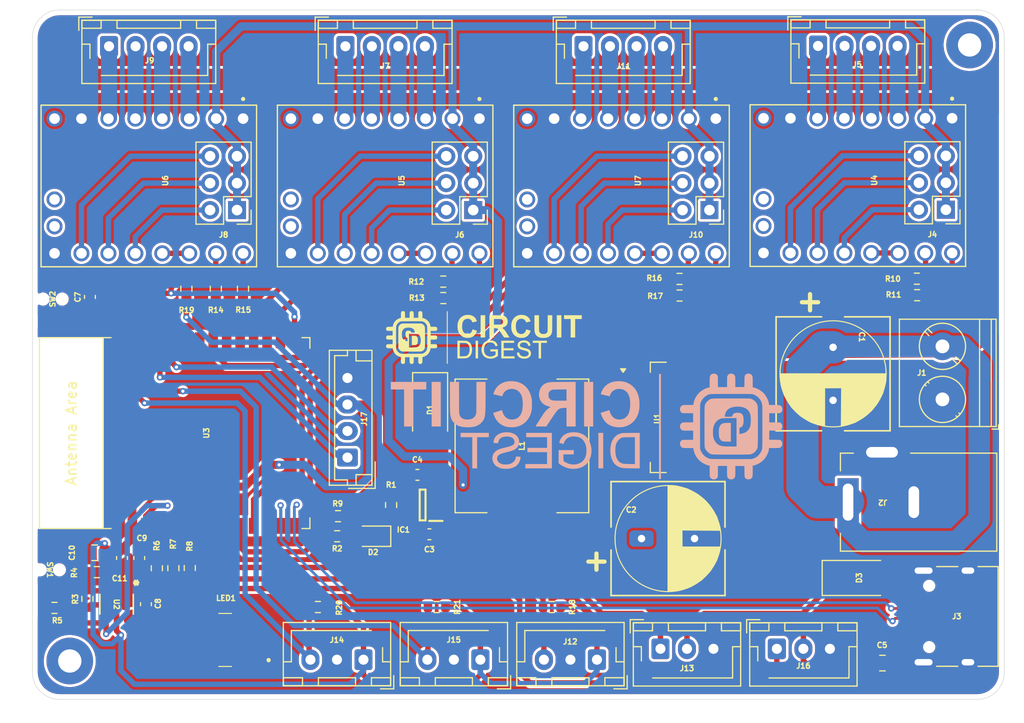
<source format=kicad_pcb>
(kicad_pcb (version 20240108) (generator "pcbnew") (generator_version "8.0")
  (layers (0 "F.Cu" signal) (31 "B.Cu" signal) (34 "B.Paste" user) (35 "F.Paste" user) (36 "B.SilkS" user "B.Silkscreen") (37 "F.SilkS" user "F.Silkscreen") (38 "B.Mask" user) (39 "F.Mask" user) (44 "Edge.Cuts" user))
  (net 0 "")
  (net 1 "VCC")
  (net 2 "GND")
  (net 3 "+5V")
  (net 4 "Net-(IC1-SENSE{slash}ADJ)")
  (net 5 "/EN")
  (net 6 "/IO9")
  (net 7 "Net-(U2-CDELAY)")
  (net 8 "+3.3V")
  (net 9 "Net-(D1-K)")
  (net 10 "Net-(D2-Pad2)")
  (net 11 "VBUS")
  (net 13 "/D-")
  (net 14 "/D+")
  (net 18 "Net-(J4-Pin_4)")
  (net 19 "Net-(J4-Pin_2)")
  (net 20 "Net-(J4-Pin_6)")
  (net 21 "Net-(J5-Pin_3)")
  (net 22 "Net-(J5-Pin_4)")
  (net 23 "Net-(J5-Pin_1)")
  (net 24 "Net-(J5-Pin_2)")
  (net 25 "Net-(J6-Pin_2)")
  (net 26 "Net-(J6-Pin_4)")
  (net 27 "Net-(J6-Pin_6)")
  (net 28 "Net-(J7-Pin_1)")
  (net 29 "Net-(J7-Pin_3)")
  (net 30 "Net-(J7-Pin_2)")
  (net 31 "Net-(J7-Pin_4)")
  (net 32 "Net-(J8-Pin_4)")
  (net 33 "Net-(J8-Pin_2)")
  (net 34 "Net-(J8-Pin_6)")
  (net 35 "Net-(J9-Pin_3)")
  (net 36 "Net-(J9-Pin_4)")
  (net 37 "Net-(J9-Pin_2)")
  (net 38 "Net-(J9-Pin_1)")
  (net 39 "Net-(J10-Pin_2)")
  (net 40 "Net-(J10-Pin_4)")
  (net 41 "Net-(J10-Pin_6)")
  (net 42 "Net-(J11-Pin_2)")
  (net 43 "Net-(J11-Pin_4)")
  (net 44 "Net-(J11-Pin_3)")
  (net 45 "Net-(J11-Pin_1)")
  (net 46 "/IO0")
  (net 47 "/IO1")
  (net 48 "/IO2")
  (net 49 "/IO3")
  (net 50 "/IO7")
  (net 51 "/RX")
  (net 52 "/TX")
  (net 53 "Net-(LED1-A_G)")
  (net 54 "Net-(LED1-A_B)")
  (net 55 "Net-(LED1-A_R)")
  (net 56 "Net-(U2-IN)")
  (net 57 "Net-(U3-MTMS{slash}GPIO4{slash}ADC1_CH4)")
  (net 58 "Net-(U3-MTDI{slash}GPIO5{slash}ADC1_CH5)")
  (net 59 "Net-(U3-MTCK{slash}GPIO6{slash}ADC1_CH6)")
  (net 60 "/IO8")
  (net 61 "/IO10")
  (net 62 "Net-(U4-STEP)")
  (net 63 "/IO11")
  (net 64 "Net-(U4-DIR)")
  (net 65 "Net-(U5-STEP)")
  (net 66 "/IO18")
  (net 67 "Net-(U5-DIR)")
  (net 68 "/IO19")
  (net 69 "Net-(U6-STEP)")
  (net 70 "/IO20")
  (net 71 "/IO21")
  (net 72 "Net-(U6-DIR)")
  (net 73 "Net-(U7-STEP)")
  (net 74 "/IO22")
  (net 75 "Net-(U7-DIR)")
  (net 76 "/IO23")
  (net 80 "Net-(U4-CLK)")
  (net 82 "Net-(U5-CLK)")
  (net 86 "Net-(U6-CLK)")
  (net 88 "Net-(U7-CLK)")
  (footprint "MountingHole:MountingHole_2.2mm_M2_Pad" (layer "F.Cu") (at 170.20972 50.19972)
    (property "Reference" "H1" (hide yes))
    (property "Value" "MountingHole")
  )
  (footprint "Connector_JST:JST_XH_B3B-XH-AM_1x03_P2.50mm_Vertical" (layer "F.Cu") (at 152.038126 107.13278)
    (property "Reference" "J16")
    (property "Value" "Conn_01x03")
  )
  (footprint "Capacitor_SMD:C_0805_2012Metric" (layer "F.Cu") (at 87.715206 98.07768 180)
    (property "Reference" "C10")
    (property "Value" "10uF")
  )
  (footprint "Resistor_SMD:R_0603_1608Metric" (layer "F.Cu") (at 83.925526 103.27452 180)
    (property "Reference" "R5")
    (property "Value" "10K")
  )
  (footprint "Capacitor_SMD:C_0603_1608Metric" (layer "F.Cu") (at 92.552606 102.92654 90)
    (property "Reference" "C8")
    (property "Value" "0.1uF")
  )
  (footprint "Capacitor_SMD:C_0603_1608Metric" (layer "F.Cu") (at 119.277 96.3337 180)
    (property "Reference" "C3")
    (property "Value" "2.2uF")
  )
  (footprint "Connector_JST:JST_EH_B4B-EH-A_1x04_P2.50mm_Vertical" (layer "F.Cu") (at 111.551806 89.09816 90)
    (property "Reference" "J17")
    (property "Value" "Conn_01x04")
  )
  (footprint "Connector_JST:JST_XH_B3B-XH-AM_1x03_P2.50mm_Vertical" (layer "F.Cu") (at 124.085186 108.15742 180)
    (property "Reference" "J15")
    (property "Value" "Conn_01x03")
  )
  (footprint "Connector_JST:JST_XH_B3B-XH-AM_1x03_P2.50mm_Vertical" (layer "F.Cu") (at 141.062839 107.131649)
    (property "Reference" "J13")
    (property "Value" "Conn_01x03")
  )
  (footprint "Diode_SMD:D_SMA" (layer "F.Cu") (at 159.819066 100.45258)
    (property "Reference" "D3")
    (property "Value" "SS34")
  )
  (footprint "Connector_USB:USB_C_Receptacle_HRO_TYPE-C-31-M-12" (layer "F.Cu") (at 169.000246 104.0797 90)
    (property "Reference" "J3")
    (property "Value" "USB_C_Receptacle_USB2.0")
  )
  (footprint "LED_SMD:LED_0805_2012Metric" (layer "F.Cu") (at 113.95126 96.51916 180)
    (property "Reference" "D2")
    (property "Value" "LED")
  )
  (footprint "Resistor_SMD:R_0603_1608Metric" (layer "F.Cu") (at 96.68688 99.51382 90)
    (property "Reference" "R8")
    (property "Value" "1K")
  )
  (footprint "TMC2209_SILENTSTEPSTICK:MODULE_TMC2209_SILENTSTEPSTICK" (layer "F.Cu") (at 138.948686 62.99408 90)
    (property "Reference" "U7")
    (property "Value" "TMC2209_SILENTSTEPSTICK")
  )
  (footprint "Resistor_SMD:R_0603_1608Metric" (layer "F.Cu") (at 130.816486 103.1925 180)
    (property "Reference" "R18")
    (property "Value" "10K")
  )
  (footprint "3x4x2:Tactile 3x4x2mm TS-A010" (layer "F.Cu") (at 83.754046 74.1585 -90)
    (property "Reference" "SW2")
    (property "Value" "BOOT")
  )
  (footprint "Connector_JST:JST_XH_B3B-XH-AM_1x03_P2.50mm_Vertical" (layer "F.Cu") (at 135.074306 108.15742 180)
    (property "Reference" "J12")
    (property "Value" "Conn_01x03")
  )
  (footprint "TMC2209_SILENTSTEPSTICK:MODULE_TMC2209_SILENTSTEPSTICK" (layer "F.Cu") (at 116.666113 62.99408 90)
    (property "Reference" "U5")
    (property "Value" "TMC2209_SILENTSTEPSTICK")
  )
  (footprint "TerminalBlock_Phoenix:TerminalBlock_Phoenix_PT-1,5-2-5.0-H_1x02_P5.00mm_Horizontal" (layer "F.Cu") (at 167.650246 83.6162 90)
    (property "Reference" "J1")
    (property "Value" "Screw_Terminal_2_P5.00mm")
  )
  (footprint "330uf 35v:CAP_J-V_10X10P5_RUB" (layer "F.Cu") (at 157.337466 81.2051 -90)
    (property "Reference" "C1")
    (property "Value" "330uF")
  )
  (footprint "Inductor_SMD:L_12x12mm_H8mm" (layer "F.Cu") (at 128 88 -90)
    (property "Reference" "L1")
    (property "Value" "47uH")
  )
  (footprint "330uf 35v:CAP_J-V_10X10P5_RUB" (layer "F.Cu") (at 141.77696 96.7376)
    (property "Reference" "C2")
    (property "Value" "330uF")
  )
  (footprint "MountingHole:MountingHole_2.2mm_M2_Pad" (layer "F.Cu") (at 85.37118 108.2819)
    (property "Reference" "H2" (hide yes))
    (property "Value" "MountingHole")
  )
  (footprint "Resistor_SMD:R_0603_1608Metric" (layer "F.Cu") (at 120.59082 74.06302)
    (property "Reference" "R13")
    (property "Value" "1K")
  )
  (footprint "Connector_PinHeader_2.54mm:PinHeader_2x03_P2.54mm_Vertical" (layer "F.Cu") (at 167.97452 65.73356 180)
    (property "Reference" "J4")
    (property "Value" "Conn_02x03_Top_Bottom")
  )
  (footprint "Resistor_SMD:R_0603_1608Metric" (layer "F.Cu") (at 87.037026 102.42489 90)
    (property "Reference" "R3")
    (property "Value" "47K")
  )
  (footprint "Connector_JST:JST_XH_B4B-XH-AM_1x04_P2.50mm_Vertical" (layer "F.Cu") (at 89.07354 50.32496)
    (property "Reference" "J9")
    (property "Value" "Conn_01x04")
  )
  (footprint "Connector_JST:JST_XH_B4B-XH-AM_1x04_P2.50mm_Vertical" (layer "F.Cu") (at 111.356113 50.32496)
    (property "Reference" "J7")
    (property "Value" "Conn_01x04")
  )
  (footprint "Connector_JST:JST_XH_B3B-XH-AM_1x03_P2.50mm_Vertical" (layer "F.Cu") (at 113.063686 108.15742 180)
    (property "Reference" "J14")
    (property "Value" "Conn_01x03")
  )
  (footprint "Capacitor_SMD:C_0603_1608Metric" (layer "F.Cu") (at 118.1467 90.733)
    (property "Reference" "C4")
    (property "Value" "NC")
  )
  (footprint "Resistor_SMD:R_0603_1608Metric" (layer "F.Cu") (at 110.660266 94.62582 180)
    (property "Reference" "R9")
    (property "Value" "10K")
  )
  (footprint "TMC2209_SILENTSTEPSTICK:MODULE_TMC2209_SILENTSTEPSTICK" (layer "F.Cu") (at 161.23126 62.96106 90)
    (property "Reference" "U4")
    (property "Value" "TMC2209_SILENTSTEPSTICK")
  )
  (footprint "Diode_SMD:D_SMA" (layer "F.Cu") (at 119.34368 84.60504 -90)
    (property "Reference" "D1")
    (property "Value" "SS34")
  )
  (footprint "Resistor_SMD:R_0603_1608Metric" (layer "F.Cu") (at 142.86154 73.82426)
    (property "Reference" "R17")
    (property "Value" "1K")
  )
  (footprint "Resistor_SMD:R_0603_1608Metric" (layer "F.Cu") (at 99.14052 73.18164 90)
    (property "Reference" "R14")
    (property "Value" "1K")
  )
  (footprint "Resistor_SMD:R_0603_1608Metric" (layer "F.Cu") (at 101.70338 73.18164 90)
    (property "Reference" "R15")
    (property "Value" "1K")
  )
  (footprint "Resistor_SMD:R_0603_1608Metric" (layer "F.Cu") (at 95.13994 99.52906 90)
    (property "Reference" "R7")
    (property "Value" "1K")
  )
  (footprint "Resistor_SMD:R_0603_1608Metric" (layer "F.Cu") (at 142.86154 72.25962)
    (property "Reference" "R16")
    (property "Value" "1K")
  )
  (footprint "Resistor_SMD:R_0603_1608Metric" (layer "F.Cu") (at 115.66766 93.57276 90)
    (property "Reference" "R1")
    (property "Value" "0")
  )
  (footprint "Resistor_SMD:R_0603_1608Metric" (layer "F.Cu") (at 87.923486 99.89886 180)
    (property "Reference" "R4")
    (property "Value" "10K")
  )
  (footprint "Resistor_SMD:R_0603_1608Metric" (layer "F.Cu") (at 165.265186 73.79274)
    (property "Reference" "R11")
    (property "Value" "1K")
  )
  (footprint "Capacitor_SMD:C_0603_1608Metric" (layer "F.Cu") (at 87.274486 73.9556 -90)
    (property "Reference" "C7")
    (property "Value" "0.1uF")
  )
  (footprint "Connector_PinHeader_2.54mm:PinHeader_2x03_P2.54mm_Vertical" (layer "F.Cu") (at 145.684246 65.76658 180)
    (property "Reference" "J10")
    (property "Value" "Conn_02x03_Top_Bottom")
  )
  (footprint "MAX6899AAZT_T:MAX6899AAZT+T" (layer "F.Cu") (at 89.782766 102.92654 -90)
    (property "Reference" "U2")
    (property "Value" "MAX6899AAZT+T")
  )
  (footprint "Espressif:ESP32-C6-WROOM-1" (layer "F.Cu") (at 98.262446 86.79276 90)
    (property "Reference" "U3")
    (property "Value" "ESP32-C6-WROOM-1")
  )
  (footprint "5050 LED:150505M173300" (layer "F.Cu") (at 100.018026 106.29712 180)
    (property "Reference" "LED1")
    (property "Value" "150505M173300" (hide yes))
  )
  (footprint "Connector_PinHeader_2.54mm:PinHeader_2x03_P2.54mm_Vertical" (layer "F.Cu") (at 101.1395 65.76658 180)
    (property "Reference" "J8")
    (property "Value" "Conn_02x03_Top_Bottom")
  )
  (footprint "Capacitor_SMD:C_0603_1608Metric" (layer "F.Cu") (at 91.923986 98.57044 -90)
    (property "Reference" "C9")
    (property "Value" "0.1uF")
  )
  (footprint "Resistor_SMD:R_0603_1608Metric" (layer "F.Cu") (at 96.365 73.18164 90)
    (property "Reference" "R19")
    (property "Value" "10K")
  )
  (footprint "Resistor_SMD:R_0603_1608Metric" (layer "F.Cu") (at 93.581146 99.53564 90)
    (property "Reference" "R6")
    (property "Value" "1K")
  )
  (footprint "Connector_JST:JST_XH_B4B-XH-AM_1x04_P2.50mm_Vertical" (layer "F.Cu") (at 155.92126 50.29194)
    (property "Reference" "J5")
    (property "Value" "Conn_01x04")
  )
  (footprint "Resistor_SMD:R_0603_1608Metric" (layer "F.Cu") (at 120.5832 72.50854)
    (property "Reference" "R12")
    (property "Value" "1K")
  )
  (footprint "Resistor_SMD:R_0603_1608Metric" (layer "F.Cu") (at 165.237246 72.23572)
    (property "Reference" "R10")
    (property "Value" "1K")
  )
  (footprint "Capacitor_SMD:C_0603_1608Metric" (layer "F.Cu") (at 90.295846 98.57044 -90)
    (property "Reference" "C11")
    (property "Value" "0.1uF")
  )
  (footprint "Package_TO_SOT_SMD:TO-263-5_TabPin3" (layer "F.Cu") (at 144.92862 85.31136)
    (property "Reference" "U1")
    (property "Value" "LM2596S-5")
  )
  (footprint "Resistor_SMD:R_0603_1608Metric" (layer "F.Cu") (at 108.762186 103.1925 180)
    (property "Reference" "R20")
    (property "Value" "10K")
  )
  (footprint "Connector_PinHeader_2.54mm:PinHeader_2x03_P2.54mm_Vertical" (layer "F.Cu") (at 123.409373 65.76658 180)
    (property "Reference" "J6")
    (property "Value" "Conn_02x03_Top_Bottom")
  )
  (footprint "3x4x2:Tactile 3x4x2mm TS-A010" (layer "F.Cu") (at 83.491186 99.68296 -90)
    (property "Reference" "SW1")
    (property "Value" "RST")
  )
  (footprint "TMC2209_SILENTSTEPSTICK:MODULE_TMC2209_SILENTSTEPSTICK" (layer "F.Cu") (at 94.38354 62.99408 90)
    (property "Reference" "U6")
    (property "Value" "TMC2209_SILENTSTEPSTICK")
  )
  (footprint "Capacitor_SMD:C_0805_2012Metric" (layer "F.Cu") (at 161.996206 108.47898)
    (property "Reference" "C5")
    (property "Value" "10uF")
  )
  (footprint "Resistor_SMD:R_0603_1608Metric" (layer "F.Cu") (at 110.58346 96.51916)
    (property "Reference" "R2")
    (property "Value" "10K")
  )
  (footprint "Connector_BarrelJack:BarrelJack_Kycon_KLDX-0202-xC_Horizontal" (layer "F.Cu") (at 158.750246 93.30304 180)
    (property "Reference" "J2")
    (property "Value" "Barrel_Jack_Switch")
  )
  (footprint "Resistor_SMD:R_0603_1608Metric" (layer "F.Cu") (at 119.964666 103.1925 180)
    (property "Reference" "R21")
    (property "Value" "10K")
  )
  (footprint "ADP7118AUJZ-3.3-R7:SOT95P280X100-5N" (layer "F.Cu") (at 118.63724 93.57276 180)
    (property "Reference" "IC1")
    (property "Value" "ADP7118AUJZ-3.3-R7" (hide yes))
  )
  (footprint "Connector_JST:JST_XH_B4B-XH-AM_1x04_P2.50mm_Vertical" (layer "F.Cu") (at 133.806326 50.32496)
    (property "Reference" "J11")
    (property "Value" "Conn_01x04")
  )
  (footprint "LOGO" (layer "F.Cu") (at 124.41582 77.7828)
    (property "Reference" "G***" (hide yes))
    (property "Value" "LOGO" (hide yes))
  )
  (footprint "LOGO" (layer "B.Cu") (at 134.10582 86.1728 180)
    (property "Reference" "G***" (hide yes))
    (property "Value" "LOGO" (hide yes))
  )
  (gr_arc (start 170.92092 46.9028) (mid 172.725951 47.650469) (end 173.47362 49.4555) (stroke (width 0.05)) (layer "Edge.Cuts"))
  (gr_line (start 84.40852 111.90394) (end 170.92092 111.90394) (stroke (width 0.05)) (layer "Edge.Cuts"))
  (gr_arc (start 173.47362 109.35124) (mid 172.725937 111.156246) (end 170.92092 111.90394) (stroke (width 0.05)) (layer "Edge.Cuts"))
  (gr_line (start 170.92092 46.9028) (end 84.40852 46.9028) (stroke (width 0.05)) (layer "Edge.Cuts"))
  (gr_line (start 173.47362 109.35124) (end 173.47362 49.4555) (stroke (width 0.05)) (layer "Edge.Cuts"))
  (gr_arc (start 84.40852 111.90394) (mid 82.603489 111.156271) (end 81.85582 109.35124) (stroke (width 0.05)) (layer "Edge.Cuts"))
  (gr_arc (start 81.85582 49.4555) (mid 82.603489 47.650469) (end 84.40852 46.9028) (stroke (width 0.05)) (layer "Edge.Cuts"))
  (gr_line (start 81.85582 49.4555) (end 81.85582 109.35124) (stroke (width 0.05)) (layer "Edge.Cuts"))
  (segment (start 83.93354 55.36608) (end 83.93354 57.14408) (width 2.032) (layer "F.Cu") (net 1))
  (segment (start 106.216113 57.14408) (end 106.216113 53.617713) (width 2.032) (layer "F.Cu") (net 1))
  (segment (start 167.650246 78.6162) (end 170.05328 78.6162) (width 2.032) (layer "F.Cu") (net 1))
  (segment (start 171.5229 57.00946) (end 167.9669 53.45346) (width 2.032) (layer "F.Cu") (net 1))
  (segment (start 150.78126 53.49664) (end 150.73808 53.45346) (width 2.032) (layer "F.Cu") (net 1))
  (segment (start 106.216113 53.617713) (end 106.05186 53.45346) (width 2.032) (layer "F.Cu") (net 1))
  (segment (start 85.84616 53.45346) (end 83.93354 55.36608) (width 2.032) (layer "F.Cu") (net 1))
  (segment (start 171.5229 77.14658) (end 171.5229 57.00946) (width 2.032) (layer "F.Cu") (net 1))
  (segment (start 106.05186 53.45346) (end 85.84616 53.45346) (width 2.032) (layer "F.Cu") (net 1))
  (segment (start 167.9669 53.45346) (end 150.73808 53.45346) (width 2.032) (layer "F.Cu") (net 1))
  (segment (start 128.498686 57.14408) (end 128.498686 53.634646) (width 2.032) (layer "F.Cu") (net 1))
  (segment (start 128.498686 53.634646) (end 128.3175 53.45346) (width 2.032) (layer "F.Cu") (net 1))
  (segment (start 170.05328 78.6162) (end 171.5229 77.14658) (width 2.032) (layer "F.Cu") (net 1))
  (segment (start 128.3175 53.45346) (end 106.05186 53.45346) (width 2.032) (layer "F.Cu") (net 1))
  (segment (start 150.78126 57.11106) (end 150.78126 53.49664) (width 2.032) (layer "F.Cu") (net 1))
  (segment (start 150.73808 53.45346) (end 128.3175 53.45346) (width 2.032) (layer "F.Cu") (net 1))
  (segment (start 167.650246 78.6162) (end 157.426366 78.6162) (width 2.032) (layer "B.Cu") (net 1))
  (segment (start 160.16656 97.0297) (end 158.750246 95.613386) (width 2.032) (layer "B.Cu") (net 1))
  (segment (start 154.45156 91.88112) (end 155.87348 93.30304) (width 3.048) (layer "B.Cu") (net 1))
  (segment (start 169.47462 78.6162) (end 171.14952 80.2911) (width 2.032) (layer "B.Cu") (net 1))
  (segment (start 171.10888 81.70842) (end 171.10888 94.9215) (width 2.032) (layer "B.Cu") (net 1))
  (segment (start 158.750246 95.613386) (end 158.750246 93.30304) (width 2.032) (layer "B.Cu") (net 1))
  (segment (start 171.10888 94.9215) (end 169.00068 97.0297) (width 2.032) (layer "B.Cu") (net 1))
  (segment (start 171.14952 80.2911) (end 171.14952 81.66778) (width 2.032) (layer "B.Cu") (net 1))
  (segment (start 155.87348 93.30304) (end 158.750246 93.30304) (width 3.048) (layer "B.Cu") (net 1))
  (segment (start 156.40332 78.7051) (end 154.45156 80.65686) (width 3.048) (layer "B.Cu") (net 1))
  (segment (start 167.650246 78.6162) (end 169.47462 78.6162) (width 2.032) (layer "B.Cu") (net 1))
  (segment (start 169.00068 97.0297) (end 160.16656 97.0297) (width 2.032) (layer "B.Cu") (net 1))
  (segment (start 154.45156 80.65686) (end 154.45156 91.88112) (width 3.048) (layer "B.Cu") (net 1))
  (segment (start 171.14952 81.66778) (end 171.10888 81.70842) (width 2.032) (layer "B.Cu") (net 1))
  (segment (start 157.426366 78.6162) (end 157.337466 78.7051) (width 2.032) (layer "B.Cu") (net 1))
  (segment (start 157.337466 78.7051) (end 156.40332 78.7051) (width 3.048) (layer "B.Cu") (net 1))
  (segment (start 146.42862 85.31136) (end 137.27862 85.31136) (width 1.143) (layer "F.Cu") (net 2))
  (segment (start 143.37862 88.71136) (end 144.00362 88.08636) (width 1.27) (layer "F.Cu") (net 2))
  (segment (start 137.27862 88.71136) (end 143.37862 88.71136) (width 1.143) (layer "F.Cu") (net 2))
  (segment (start 154.471646 103.8) (end 155.085823 103.185823) (width 0.508) (layer "F.Cu") (net 3))
  (segment (start 154.538126 107.13278) (end 154.538126 103.73352) (width 0.508) (layer "F.Cu") (net 3))
  (segment (start 160.529546 108.99564) (end 155.2796 108.99564) (width 0.508) (layer "F.Cu") (net 3))
  (segment (start 161.046206 108.47898) (end 160.529546 108.99564) (width 0.508) (layer "F.Cu") (net 3))
  (segment (start 155.2796 108.99564) (end 154.538126 108.254166) (width 0.508) (layer "F.Cu") (net 3))
  (segment (start 128 92.95) (end 123.72472 92.95) (width 0.762) (layer "F.Cu") (net 3))
  (segment (start 145.2 103.8) (end 154.471646 103.8) (width 0.508) (layer "F.Cu") (net 3))
  (segment (start 155.085823 103.185823) (end 157.819066 100.45258) (width 0.508) (layer "F.Cu") (net 3))
  (segment (start 123.72472 92.95) (end 122.45264 91.67792) (width 0.762) (layer "F.Cu") (net 3))
  (segment (start 143.562839 107.131649) (end 143.562839 105.437161) (width 0.508) (layer "F.Cu") (net 3))
  (segment (start 154.538126 108.254166) (end 154.538126 107.13278) (width 0.508) (layer "F.Cu") (net 3))
  (segment (start 143.562839 105.437161) (end 145.2 103.8) (width 0.508) (layer "F.Cu") (net 3))
  (segment (start 154.538126 103.73352) (end 155.085823 103.185823) (width 0.508) (layer "F.Cu") (net 3))
  (via (at 122.45264 91.67792) (size 0.6) (drill 0.3) (layers "F.Cu" "B.Cu") (net 3))
  (segment (start 99.17354 57.7105) (end 101.1395 59.67646) (width 0.762) (layer "B.Cu") (net 3))
  (segment (start 145.684246 60.68658) (end 145.684246 65.76658) (width 0.762) (layer "B.Cu") (net 3))
  (segment (start 143.65402 48.45474) (end 121.38584 48.45474) (width 0.762) (layer "B.Cu") (net 3))
  (segment (start 121.456113 57.14408) (end 121.456113 48.525013) (width 0.762) (layer "B.Cu") (net 3))
  (segment (start 115.43462 80.11838) (end 117.5098 78.0432) (width 0.762) (layer "B.Cu") (net 3))
  (segment (start 121.456113 57.768073) (end 123.409373 59.721333) (width 0.762) (layer "B.Cu") (net 3))
  (segment (start 122.45264 91.67792) (end 122.45264 90.25806) (width 0.762) (layer "B.Cu") (net 3))
  (segment (start 125.63272 73.91316) (end 125.7521 73.79378) (width 0.762) (layer "B.Cu") (net 3))
  (segment (start 115.43462 87.51486) (end 115.43462 80.11838) (width 0.762) (layer "B.Cu") (net 3))
  (segment (start 143.738686 57.14408) (end 143.738686 57.675786) (width 0.762) (layer "B.Cu") (net 3))
  (segment (start 167.97452 59.46564) (end 167.97452 60.65356) (width 0.762) (layer "B.Cu") (net 3))
  (segment (start 124.22556 78.0432) (end 125.63272 76.63604) (width 0.762) (layer "B.Cu") (net 3))
  (segment (start 125.7521 66.8418) (end 124.67688 65.76658) (width 0.762) (layer "B.Cu") (net 3))
  (segment (start 166.02126 57.51238) (end 167.97452 59.46564) (width 0.762) (layer "B.Cu") (net 3))
  (segment (start 99.17354 57.14408) (end 99.17354 57.7105) (width 0.762) (layer "B.Cu") (net 3))
  (segment (start 121.18264 88.98806) (end 116.90782 88.98806) (width 0.762) (layer "B.Cu") (net 3))
  (segment (start 122.45264 90.25806) (end 121.18264 88.98806) (width 0.762) (layer "B.Cu") (net 3))
  (segment (start 121.456113 48.525013) (end 121.38584 48.45474) (width 0.762) (layer "B.Cu") (net 3))
  (segment (start 166.02126 57.11106) (end 166.02126 49.81364) (width 0.762) (layer "B.Cu") (net 3))
  (segment (start 116.90782 88.98806) (end 115.43462 87.51486) (width 0.762) (layer "B.Cu") (net 3))
  (segment (start 166.02126 49.81364) (end 164.66236 48.45474) (width 0.762) (layer "B.Cu") (net 3))
  (segment (start 143.738686 57.14408) (end 143.738686 48.539406) (width 0.762) (layer "B.Cu") (net 3))
  (segment (start 123.409373 60.68658) (end 123.409373 65.76658) (width 0.762) (layer "B.Cu") (net 3))
  (segment (start 125.63272 76.63604) (end 125.63272 73.91316) (width 0.762) (layer "B.Cu") (net 3))
  (segment (start 121.456113 57.14408) (end 121.456113 57.768073) (width 0.762) (layer "B.Cu") (net 3))
  (segment (start 101.1395 59.67646) (end 101.1395 60.68658) (width 0.762) (layer "B.Cu") (net 3))
  (segment (start 101.5332 48.45474) (end 99.17354 50.8144) (width 0.762) (layer "B.Cu") (net 3))
  (segment (start 125.7521 73.79378) (end 125.7521 66.8418) (width 0.762) (layer "B.Cu") (net 3))
  (segment (start 143.738686 57.675786) (end 145.684246 59.621346) (width 0.762) (layer "B.Cu") (net 3))
  (segment (start 166.02126 57.11106) (end 166.02126 57.51238) (width 0.762) (layer "B.Cu") (net 3))
  (segment (start 124.67688 65.76658) (end 123.409373 65.76658) (width 0.762) (layer "B.Cu") (net 3))
  (segment (start 143.738686 48.539406) (end 143.65402 48.45474) (width 0.762) (layer "B.Cu") (net 3))
  (segment (start 123.409373 59.721333) (end 123.409373 60.68658) (width 0.762) (layer "B.Cu") (net 3))
  (segment (start 121.38584 48.45474) (end 101.5332 48.45474) (width 0.762) (layer "B.Cu") (net 3))
  (segment (start 101.1395 60.68658) (end 101.1395 65.76658) (width 0.762) (layer "B.Cu") (net 3))
  (segment (start 164.66236 48.45474) (end 143.65402 48.45474) (width 0.762) (layer "B.Cu") (net 3))
  (segment (start 117.5098 78.0432) (end 124.22556 78.0432) (width 0.762) (layer "B.Cu") (net 3))
  (segment (start 145.684246 59.621346) (end 145.684246 60.68658) (width 0.762) (layer "B.Cu") (net 3))
  (segment (start 167.97452 60.65356) (end 167.97452 65.73356) (width 0.762) (layer "B.Cu") (net 3))
  (segment (start 99.17354 50.8144) (end 99.17354 57.14408) (width 0.762) (layer "B.Cu") (net 3))
  (segment (start 117.3717 90.733) (end 117.3717 92.60722) (width 0.508) (layer "F.Cu") (net 4))
  (segment (start 117.26224 92.74776) (end 117.38724 92.62276) (width 0.508) (layer "F.Cu") (net 4))
  (segment (start 115.66766 92.74776) (end 117.26224 92.74776) (width 0.508) (layer "F.Cu") (net 4))
  (segment (start 117.3717 92.60722) (end 117.38724 92.62276) (width 0.508) (layer "F.Cu") (net 4))
  (segment (start 83.100526 102.17362) (end 83.491186 101.78296) (width 0.508) (layer "F.Cu") (net 5))
  (segment (start 88.80018 104.222775) (end 88.832765 104.19019) (width 0.508) (layer "F.Cu") (net 5))
  (segment (start 92.542446 94.59676) (end 93.508026 93.63118) (width 0.508) (layer "F.Cu") (net 5))
  (segment (start 92.542446 97.17698) (end 91.923986 97.79544) (width 0.508) (layer "F.Cu") (net 5))
  (segment (start 93.508026 93.63118) (end 94.5863 93.63118) (width 0.508) (layer "F.Cu") (net 5))
  (segment (start 83.100526 103.27452) (end 83.100526 102.17362) (width 0.508) (layer "F.Cu") (net 5))
  (segment (start 92.542446 95.54276) (end 92.542446 97.17698) (width 0.508) (layer "F.Cu") (net 5))
  (segment (start 83.100526 104.035126) (end 83.76082 104.69542) (width 0.508) (layer "F.Cu") (net 5))
  (segment (start 88.80018 105.73428) (end 88.80018 104.222775) (width 0.508) (layer "F.Cu") (net 5))
  (segment (start 92.542446 95.54276) (end 92.542446 94.59676) (width 0.508) (layer "F.Cu") (net 5))
  (segment (start 88.327535 104.69542) (end 88.832765 104.19019) (width 0.508) (layer "F.Cu") (net 5))
  (segment (start 83.100526 103.27452) (end 83.100526 104.035126) (width 0.508) (layer "F.Cu") (net 5))
  (segment (start 83.76082 104.69542) (end 88.327535 104.69542) (width 0.508) (layer "F.Cu") (net 5))
  (via (at 88.80018 105.73428) (size 0.6) (drill 0.3) (layers "F.Cu" "B.Cu") (net 5))
  (via (at 94.5863 93.63118) (size 0.6) (drill 0.3) (layers "F.Cu" "B.Cu") (net 5))
  (segment (start 92.64066 93.64388) (end 90.789 95.49554) (width 0.508) (layer "B.Cu") (net 5))
  (segment (start 93.13342 93.64388) (end 92.64066 93.64388) (width 0.508) (layer "B.Cu") (net 5))
  (segment (start 93.14612 93.63118) (end 93.13342 93.64388) (width 0.508) (layer "B.Cu") (net 5))
  (segment (start 90.789 95.49554) (end 90.789 103.74038) (width 0.508) (layer "B.Cu") (net 5))
  (segment (start 94.5863 93.63118) (end 93.14612 93.63118) (width 0.508) (layer "B.Cu") (net 5))
  (segment (start 88.80018 105.7292) (end 88.80018 105.73428) (width 0.508) (layer "B.Cu") (net 5))
  (segment (start 90.789 103.74038) (end 88.80018 105.7292) (width 0.508) (layer "B.Cu") (net 5))
  (segment (start 85.746586 76.2585) (end 87.274486 74.7306) (width 0.508) (layer "F.Cu") (net 6))
  (segment (start 96.365 72.35664) (end 95.65436 72.35664) (width 0.508) (layer "F.Cu") (net 6))
  (segment (start 94.924 73.61344) (end 89.55202 73.61344) (width 0.508) (layer "F.Cu") (net 6))
  (segment (start 94.924 73.087) (end 94.924 73.61344) (width 0.508) (layer "F.Cu") (net 6))
  (segment (start 83.754046 76.2585) (end 85.746586 76.2585) (width 0.508) (layer "F.Cu") (net 6))
  (segment (start 95.65436 72.35664) (end 94.924 73.087) (width 0.508) (layer "F.Cu") (net 6))
  (segment (start 87.366366 74.82248) (end 87.274486 74.7306) (width 0.508) (layer "F.Cu") (net 6))
  (segment (start 106.55986 75.8207) (end 106.55986 77.995346) (width 0.508) (layer "F.Cu") (net 6))
  (segment (start 88.34298 74.82248) (end 87.366366 74.82248) (width 0.508) (layer "F.Cu") (net 6))
  (segment (start 106.55986 77.995346) (end 106.512446 78.04276) (width 0.508) (layer "F.Cu") (net 6))
  (segment (start 89.55202 73.61344) (end 88.34298 74.82248) (width 0.508) (layer "F.Cu") (net 6))
  (via (at 106.55986 75.8207) (size 0.6) (drill 0.3) (layers "F.Cu" "B.Cu") (net 6))
  (via (at 94.924 73.61344) (size 0.6) (drill 0.3) (layers "F.Cu" "B.Cu") (net 6))
  (segment (start 104.76916 73.61344) (end 106.55986 75.40414) (width 0.508) (layer "B.Cu") (net 6))
  (segment (start 94.924 73.61344) (end 104.76916 73.61344) (width 0.508) (layer "B.Cu") (net 6))
  (segment (start 106.55986 75.40414) (end 106.55986 75.8207) (width 0.508) (layer "B.Cu") (net 6))
  (segment (start 91.221417 103.70154) (end 90.732767 104.19019) (width 0.508) (layer "F.Cu") (net 7))
  (segment (start 92.552606 103.70154) (end 91.221417 103.70154) (width 0.508) (layer "F.Cu") (net 7))
  (segment (start 113.063686 105.098166) (end 113.063686 108.15742) (width 0.508) (layer "F.Cu") (net 8))
  (segment (start 89.782766 105.436706) (end 90.1921 105.84604) (width 0.508) (layer "F.Cu") (net 8))
  (segment (start 89.782766 104.19019) (end 89.782766 105.436706) (width 0.508) (layer "F.Cu") (net 8))
  (segment (start 93.14104 91.84048) (end 91.272446 93.709074) (width 0.762) (layer "F.Cu") (net 8))
  (segment (start 111.15802 103.1925) (end 113.063686 105.098166) (width 0.508) (layer "F.Cu") (net 8))
  (segment (start 88.665206 97.190074) (end 88.665206 98.07768) (width 0.508) (layer "F.Cu") (net 8))
  (segment (start 88.67064 97.18464) (end 88.665206 97.190074) (width 0.508) (layer "F.Cu") (net 8))
  (segment (start 117.38724 94.52276) (end 115.79266 94.52276) (width 0.762) (layer "F.Cu") (net 8))
  (segment (start 131.641486 103.1925) (end 132.5499 103.1925) (width 0.508) (layer "F.Cu") (net 8))
  (segment (start 111.485266 94.118514) (end 114.27384 91.32994) (width 0.762) (layer "F.Cu") (net 8))
  (segment (start 101.87102 91.84048) (end 93.14104 91.84048) (width 0.762) (layer "F.Cu") (net 8))
  (segment (start 122.26544 103.1925) (end 124.085186 105.012246) (width 0.508) (layer "F.Cu") (net 8))
  (segment (start 112.9882 84.09816) (end 111.551806 84.09816) (width 0.762) (layer "F.Cu") (net 8))
  (segment (start 123.3391 110.31898) (end 124.085186 109.572894) (width 0.508) (layer "F.Cu") (net 8))
  (segment (start 124.085186 109.572894) (end 124.085186 108.15742) (width 0.508) (layer "F.Cu") (net 8))
  (segment (start 115.66766 94.39776) (end 111.713326 94.39776) (width 0.762) (layer "F.Cu") (net 8))
  (segment (start 109.75846 96.51916) (end 109.75846 96.352626) (width 0.762) (layer "F.Cu") (net 8))
  (segment (start 114.27384 91.32994) (end 114.27384 85.3838) (width 0.762) (layer "F.Cu") (net 8))
  (segment (start 90.295846 97.703194) (end 91.28684 96.7122) (width 0.762) (layer "F.Cu") (net 8))
  (segment (start 96.367 75.869) (end 96.367 74.00864) (width 0.508) (layer "F.Cu") (net 8))
  (segment (start 89.782766 104.19019) (end 89.782766 103.406641) (width 0.508) (layer "F.Cu") (net 8))
  (segment (start 124.085186 105.012246) (end 124.085186 108.15742) (width 0.508) (layer "F.Cu") (net 8))
  (segment (start 89.369745 102.99362) (end 87.293296 102.99362) (width 0.508) (layer "F.Cu") (net 8))
  (segment (start 89.782766 103.406641) (end 89.369745 102.99362) (width 0.508) (layer "F.Cu") (net 8))
  (segment (start 88.665206 98.07768) (end 90.013606 98.07768) (width 0.762) (layer "F.Cu") (net 8))
  (segment (start 135.074306 105.716906) (end 135.074306 108.15742) (width 0.508) (layer "F.Cu") (net 8))
  (segment (start 109.587186 103.1925) (end 111.15802 103.1925) (width 0.508) (layer "F.Cu") (net 8))
  (segment (start 96.367 74.00864) (end 96.365 74.00664) (width 0.508) (layer "F.Cu") (net 8))
  (segment (start 105.10952 89.78816) (end 103.92334 89.78816) (width 0.762) (layer "F.Cu") (net 8))
  (segment (start 91.272446 93.709074) (end 91.272446 95.54276) (width 0.762) (layer "F.Cu") (net 8))
  (segment (start 114.27384 85.3838) (end 112.9882 84.09816) (width 0.762) (layer "F.Cu") (net 8))
  (segment (start 113.063686 109.599046) (end 113.78362 110.31898) (width 0.508) (layer "F.Cu") (net 8))
  (segment (start 113.063686 108.15742) (end 113.063686 109.599046) (width 0.508) (layer "F.Cu") (net 8))
  (segment (start 111.485266 94.62582) (end 111.485266 94.118514) (width 0.762) (layer "F.Cu") (net 8))
  (segment (start 120.789666 103.1925) (end 122.26544 103.1925) (width 0.508) (layer "F.Cu") (net 8))
  (segment (start 103.92334 89.78816) (end 101.87102 91.84048) (width 0.762) (layer "F.Cu") (net 8))
  (segment (start 115.79266 94.52276) (end 115.66766 94.39776) (width 0.762) (layer "F.Cu") (net 8))
  (segment (start 132.5499 103.1925) (end 135.074306 105.716906) (width 0.508) (layer "F.Cu") (net 8))
  (segment (start 90.013606 98.07768) (end 90.295846 97.79544) (width 0.762) (layer "F.Cu") (net 8))
  (segment (start 113.78362 110.31898) (end 123.3391 110.31898) (width 0.508) (layer "F.Cu") (net 8))
  (segment (start 87.037026 103.24989) (end 84.775156 103.24989) (width 0.508) (layer "F.Cu") (net 8))
  (segment (start 111.713326 94.39776) (end 111.485266 94.62582) (width 0.762) (layer "F.Cu") (net 8))
  (segment (start 87.293296 102.99362) (end 87.037026 103.24989) (width 0.508) (layer "F.Cu") (net 8))
  (segment (start 84.775156 103.24989) (end 84.750526 103.27452) (width 0.508) (layer "F.Cu") (net 8))
  (segment (start 91.272446 96.697806) (end 91.272446 95.54276) (width 0.762) (layer "F.Cu") (net 8))
  (segment (start 90.295846 97.79544) (end 90.295846 97.703194) (width 0.762) (layer "F.Cu") (net 8))
  (segment (start 109.75846 96.352626) (end 111.485266 94.62582) (width 0.635) (layer "F.Cu") (net 8))
  (segment (start 91.28684 96.7122) (end 91.272446 96.697806) (width 0.762) (layer "F.Cu") (net 8))
  (via (at 96.367 75.869) (size 0.6) (drill 0.3) (layers "F.Cu" "B.Cu") (net 8))
  (via (at 105.10952 89.78816) (size 0.6) (drill 0.3) (layers "F.Cu" "B.Cu") (net 8))
  (via (at 90.1921 105.84604) (size 0.6) (drill 0.3) (layers "F.Cu" "B.Cu") (net 8))
  (via (at 88.67064 97.18464) (size 0.6) (drill 0.3) (layers "F.Cu" "B.Cu") (net 8))
  (segment (start 88.67064 97.18464) (end 87.9188 97.18464) (width 0.508) (layer "B.Cu") (net 8))
  (segment (start 105.10952 89.78816) (end 107.50474 89.78816) (width 0.762) (layer "B.Cu") (net 8))
  (segment (start 96.368 75.869) (end 96.367 75.869) (width 0.508) (layer "B.Cu") (net 8))
  (segment (start 124.085186 108.15742) (end 124.085186 109.439466) (width 0.508) (layer "B.Cu") (net 8))
  (segment (start 135.074306 109.246694) (end 135.074306 108.15742) (width 0.508) (layer "B.Cu") (net 8))
  (segment (start 107.50474 89.78816) (end 109.51896 91.80238) (width 0.762) (layer "B.Cu") (net 8))
  (segment (start 88.44204 106.66138) (end 89.37676 106.66138) (width 0.508) (layer "B.Cu") (net 8))
  (segment (start 133.9055 110.4155) (end 135.074306 109.246694) (width 0.508) (layer "B.Cu") (net 8))
  (segment (start 124.085186 109.439466) (end 125.06122 110.4155) (width 0.508) (layer "B.Cu") (net 8))
  (segment (start 111.551806 84.09816) (end 110.59816 84.09816) (width 0.508) (layer "B.Cu") (net 8))
  (segment (start 91.46972 110.47646) (end 111.76686 110.47646) (width 0.508) (layer "B.Cu") (net 8))
  (segment (start 89.37676 106.66138) (end 90.1921 105.84604) (width 0.508) (layer "B.Cu") (net 8))
  (segment (start 113.6871 85.29744) (end 112.48782 84.09816) (width 0.762) (layer "B.Cu") (net 8))
  (segment (start 109.51896 91.80238) (end 112.64316 91.80238) (width 0.762) (layer "B.Cu") (net 8))
  (segment (start 106.188 79.688) (end 104.72 78.22) (width 0.508) (layer "B.Cu") (net 8))
  (segment (start 87.9188 97.18464) (end 87.56828 97.53516) (width 0.508) (layer "B.Cu") (net 8))
  (segment (start 135.074306 108.15742) (end 135.074306 109.247506) (width 0.508) (layer "B.Cu") (net 8))
  (segment (start 112.48782 84.09816) (end 111.551806 84.09816) (width 0.762) (layer "B.Cu") (net 8))
  (segment (start 87.56828 105.78762) (end 88.44204 106.66138) (width 0.508) (layer "B.Cu") (net 8))
  (segment (start 98.719 78.22) (end 96.368 75.869) (width 0.508) (layer "B.Cu") (net 8))
  (segment (start 110.59816 84.09816) (end 106.188 79.688) (width 0.508) (layer "B.Cu") (net 8))
  (segment (start 113.6871 90.75844) (end 113.6871 85.29744) (width 0.762) (layer "B.Cu") (net 8))
  (segment (start 125.06122 110.4155) (end 133.9055 110.4155) (width 0.508) (layer "B.Cu") (net 8))
  (segment (start 90.1921 105.84604) (end 90.1921 109.19884) (width 0.508) (layer "B.Cu") (net 8))
  (segment (start 90.1921 109.19884) (end 91.46972 110.47646) (width 0.508) (layer "B.Cu") (net 8))
  (segment (start 104.72 78.22) (end 98.719 78.22) (width 0.508) (layer "B.Cu") (net 8))
  (segment (start 87.56828 97.53516) (end 87.56828 105.78762) (width 0.508) (layer "B.Cu") (net 8))
  (segment (start 111.76686 110.47646) (end 113.063686 109.179634) (width 0.508) (layer "B.Cu") (net 8))
  (segment (start 113.063686 109.179634) (end 113.063686 108.15742) (width 0.508) (layer "B.Cu") (net 8))
  (segment (start 112.64316 91.80238) (end 113.6871 90.75844) (width 0.762) (layer "B.Cu") (net 8))
  (segment (start 111.40846 96.51916) (end 113.01376 96.51916) (width 0.508) (layer "F.Cu") (net 10))
  (segment (start 161.819066 100.932646) (end 162.52412 101.6377) (width 0.508) (layer "F.Cu") (net 11))
  (segment (start 162.52412 101.6377) (end 164.955246 101.6377) (width 0.508) (layer "F.Cu") (net 11))
  (segment (start 161.819066 100.45258) (end 161.819066 100.932646) (width 0.508) (layer "F.Cu") (net 11))
  (segment (start 163.79876 104.26362) (end 163.79876 104.7132) (width 0.254) (layer "F.Cu") (net 13))
  (segment (start 163.94566 103.8297) (end 163.79876 103.9766) (width 0.254) (layer "F.Cu") (net 13))
  (segment (start 105.24668 93.61086) (end 105.24668 95.538526) (width 0.254) (layer "F.Cu") (net 13))
  (segment (start 163.79876 104.7132) (end 163.91526 104.8297) (width 0.254) (layer "F.Cu") (net 13))
  (segment (start 163.79876 103.9766) (end 163.79876 104.26362) (width 0.254) (layer "F.Cu") (net 13))
  (segment (start 163.19932 104.26362) (end 162.94532 104.51762) (width 0.254) (layer "F.Cu") (net 13))
  (segment (start 105.24668 95.538526) (end 105.242446 95.54276) (width 0.254) (layer "F.Cu") (net 13))
  (segment (start 163.91526 104.8297) (end 164.955246 104.8297) (width 0.254) (layer "F.Cu") (net 13))
  (segment (start 163.79876 104.26362) (end 163.19932 104.26362) (width 0.254) (layer "F.Cu") (net 13))
  (segment (start 164.955246 103.8297) (end 163.94566 103.8297) (width 0.254) (layer "F.Cu") (net 13))
  (via (at 162.94532 104.51762) (size 0.6) (drill 0.3) (layers "F.Cu" "B.Cu") (net 13))
  (via (at 105.24668 93.61086) (size 0.6) (drill 0.3) (layers "F.Cu" "B.Cu") (net 13))
  (segment (start 161.88868 103.64894) (end 161.52908 103.28934) (width 0.254) (layer "B.Cu") (net 13))
  (segment (start 161.52908 103.28934) (end 112.66602 103.28934) (width 0.254) (layer "B.Cu") (net 13))
  (segment (start 111.66634 103.28934) (end 105.28732 96.91032) (width 0.254) (layer "B.Cu") (net 13))
  (segment (start 105.28732 96.91032) (end 105.28732 93.6515) (width 0.254) (layer "B.Cu") (net 13))
  (segment (start 105.28732 93.6515) (end 105.24668 93.61086) (width 0.254) (layer "B.Cu") (net 13))
  (segment (start 112.66602 103.28934) (end 111.66634 103.28934) (width 0.254) (layer "B.Cu") (net 13))
  (segment (start 162.94532 104.51762) (end 162.75736 104.51762) (width 0.254) (layer "B.Cu") (net 13))
  (segment (start 162.75736 104.51762) (end 161.88868 103.64894) (width 0.254) (layer "B.Cu") (net 13))
  (segment (start 166.19398 103.5321) (end 165.99158 103.3297) (width 0.254) (layer "F.Cu") (net 14))
  (segment (start 164.955246 103.3297) (end 163.4957 103.3297) (width 0.254) (layer "F.Cu") (net 14))
  (segment (start 165.99158 103.3297) (end 164.955246 103.3297) (width 0.254) (layer "F.Cu") (net 14))
  (segment (start 166.19398 104.14424) (end 166.19398 103.5321) (width 0.254) (layer "F.Cu") (net 14))
  (segment (start 166.00852 104.3297) (end 166.19398 104.14424) (width 0.254) (layer "F.Cu") (net 14))
  (segment (start 106.53954 93.76834) (end 106.53954 95.515666) (width 0.254) (layer "F.Cu") (net 14))
  (segment (start 106.76306 93.54482) (end 106.53954 93.76834) (width 0.254) (layer "F.Cu") (net 14))
  (segment (start 163.4957 103.3297) (end 162.83182 103.3297) (width 0.254) (layer "F.Cu") (net 14))
  (segment (start 106.53954 95.515666) (end 106.512446 95.54276) (width 0.254) (layer "F.Cu") (net 14))
  (segment (start 162.83182 103.3297) (end 162.82594 103.32382) (width 0.254) (layer "F.Cu") (net 14))
  (segment (start 164.955246 104.3297) (end 166.00852 104.3297) (width 0.254) (layer "F.Cu") (net 14))
  (via (at 106.76306 93.54482) (size 0.6) (drill 0.3) (layers "F.Cu" "B.Cu") (net 14))
  (via (at 162.82594 103.32382) (size 0.6) (drill 0.3) (layers "F.Cu" "B.Cu") (net 14))
  (segment (start 162.28746 102.78534) (end 112.26724 102.78534) (width 0.254) (layer "B.Cu") (net 14))
  (segment (start 112.26724 102.78534) (end 106.54716 97.06526) (width 0.254) (layer "B.Cu") (net 14))
  (segment (start 106.54716 97.06526) (end 106.54716 93.76072) (width 0.254) (layer "B.Cu") (net 14))
  (segment (start 162.82594 103.32382) (end 162.28746 102.78534) (width 0.254) (layer "B.Cu") (net 14))
  (segment (start 106.54716 93.76072) (end 106.76306 93.54482) (width 0.254) (layer "B.Cu") (net 14))
  (segment (start 165.43452 63.19356) (end 158.40714 63.19356) (width 0.508) (layer "B.Cu") (net 18))
  (segment (start 158.40714 63.19356) (end 155.86126 65.73944) (width 0.508) (layer "B.Cu") (net 18))
  (segment (start 155.86126 65.73944) (end 155.86126 69.81106) (width 0.508) (layer "B.Cu") (net 18))
  (segment (start 161.0462 65.73356) (end 158.40126 68.3785) (width 0.508) (layer "B.Cu") (net 19))
  (segment (start 158.40126 68.3785) (end 158.40126 69.81106) (width 0.508) (layer "B.Cu") (net 19))
  (segment (start 165.43452 65.73356) (end 161.0462 65.73356) (width 0.508) (layer "B.Cu") (net 19))
  (segment (start 153.32126 65.55148) (end 153.32126 69.81106) (width 0.508) (layer "B.Cu") (net 20))
  (segment (start 165.43452 60.65356) (end 158.21918 60.65356) (width 0.508) (layer "B.Cu") (net 20))
  (segment (start 158.21918 60.65356) (end 153.32126 65.55148) (width 0.508) (layer "B.Cu") (net 20))
  (segment (start 160.92126 50.29194) (end 160.92126 57.09106) (width 1.524) (layer "B.Cu") (net 21))
  (segment (start 160.92126 57.09106) (end 160.94126 57.11106) (width 1.524) (layer "B.Cu") (net 21))
  (segment (start 163.42126 57.05106) (end 163.48126 57.11106) (width 1.524) (layer "B.Cu") (net 22))
  (segment (start 163.42126 50.29194) (end 163.42126 57.05106) (width 1.524) (layer "B.Cu") (net 22))
  (segment (start 155.92126 50.29194) (end 155.92126 57.05106) (width 1.524) (layer "B.Cu") (net 23))
  (segment (start 155.92126 57.05106) (end 155.86126 57.11106) (width 1.524) (layer "B.Cu") (net 23))
  (segment (start 158.42126 50.29194) (end 158.42126 57.09106) (width 1.524) (layer "B.Cu") (net 24))
  (segment (start 158.42126 57.09106) (end 158.40126 57.11106) (width 1.524) (layer "B.Cu") (net 24))
  (segment (start 120.869373 65.76658) (end 115.52432 65.76658) (width 0.508) (layer "B.Cu") (net 25))
  (segment (start 115.52432 65.76658) (end 113.836113 67.454787) (width 0.508) (layer "B.Cu") (net 25))
  (segment (start 113.836113 67.454787) (end 113.836113 69.84408) (width 0.508) (layer "B.Cu") (net 25))
  (segment (start 111.296113 66.169547) (end 111.296113 69.84408) (width 0.508) (layer "B.Cu") (net 26))
  (segment (start 120.869373 63.22658) (end 114.23908 63.22658) (width 0.508) (layer "B.Cu") (net 26))
  (segment (start 114.23908 63.22658) (end 111.296113 66.169547) (width 0.508) (layer "B.Cu") (net 26))
  (segment (start 120.869373 60.68658) (end 112.77096 60.68658) (width 0.508) (layer "B.Cu") (net 27))
  (segment (start 108.756113 64.701427) (end 108.756113 69.84408) (width 0.508) (layer "B.Cu") (net 27))
  (segment (start 112.77096 60.68658) (end 108.756113 64.701427) (width 0.508) (layer "B.Cu") (net 27))
  (segment (start 111.356113 50.32496) (end 111.356113 57.08408) (width 1.524) (layer "B.Cu") (net 28))
  (segment (start 111.356113 57.08408) (end 111.296113 57.14408) (width 1.524) (layer "B.Cu") (net 28))
  (segment (start 116.356113 50.32496) (end 116.356113 57.12408) (width 1.524) (layer "B.Cu") (net 29))
  (segment (start 116.356113 57.12408) (end 116.376113 57.14408) (width 1.524) (layer "B.Cu") (net 29))
  (segment (start 113.856113 50.32496) (end 113.856113 57.12408) (width 1.524) (layer "B.Cu") (net 30))
  (segment (start 113.856113 57.12408) (end 113.836113 57.14408) (width 1.524) (layer "B.Cu") (net 30))
  (segment (start 118.856113 50.32496) (end 118.856113 57.08408) (width 1.524) (layer "B.Cu") (net 31))
  (segment (start 118.856113 57.08408) (end 118.916113 57.14408) (width 1.524) (layer "B.Cu") (net 31))
  (segment (start 92.31126 63.22658) (end 89.01354 66.5243) (width 0.508) (layer "B.Cu") (net 32))
  (segment (start 89.01354 66.5243) (end 89.01354 69.84408) (width 0.508) (layer "B.Cu") (net 32))
  (segment (start 98.5995 63.22658) (end 92.31126 63.22658) (width 0.508) (layer "B.Cu") (net 32))
  (segment (start 94.06132 65.76658) (end 91.55354 68.27436) (width 0.508) (layer "B.Cu") (net 33))
  (segment (start 91.55354 68.27436) (end 91.55354 69.84408) (width 0.508) (layer "B.Cu") (net 33))
  (segment (start 98.5995 65.76658) (end 94.06132 65.76658) (width 0.508) (layer "B.Cu") (net 33))
  (segment (start 86.47354 65.3051) (end 86.47354 69.84408) (width 0.508) (layer "B.Cu") (net 34))
  (segment (start 91.09206 60.68658) (end 86.47354 65.3051) (width 0.508) (layer "B.Cu") (net 34))
  (segment (start 98.5995 60.68658) (end 91.09206 60.68658) (width 0.508) (layer "B.Cu") (net 34))
  (segment (start 94.07354 57.12408) (end 94.09354 57.14408) (width 1.016) (layer "F.Cu") (net 35))
  (segment (start 94.07354 50.32496) (end 94.07354 57.12408) (width 1.524) (layer "B.Cu") (net 35))
  (segment (start 96.57354 57.08408) (end 96.63354 57.14408) (width 1.016) (layer "F.Cu") (net 36))
  (segment (start 96.57354 50.32496) (end 96.57354 57.08408) (width 1.524) (layer "B.Cu") (net 36))
  (segment (start 91.57354 57.12408) (end 91.55354 57.14408) (width 1.016) (layer "F.Cu") (net 37))
  (segment (start 91.57354 50.32496) (end 91.57354 57.12408) (width 1.524) (layer "B.Cu") (net 37))
  (segment (start 89.07354 57.08408) (end 89.01354 57.14408) (width 1.016) (layer "F.Cu") (net 38))
  (segment (start 89.07354 50.32496) (end 89.07354 57.08408) (width 1.524) (layer "B.Cu") (net 38))
  (segment (start 143.144246 65.76658) (end 137.4623 65.76658) (width 0.508) (layer "B.Cu") (net 39))
  (segment (start 137.4623 65.76658) (end 136.118686 67.110194) (width 0.508) (layer "B.Cu") (net 39))
  (segment (start 136.118686 67.110194) (end 136.118686 69.84408) (width 0.508) (layer "B.Cu") (net 39))
  (segment (start 133.578686 65.416014) (end 133.578686 69.84408) (width 0.508) (layer "B.Cu") (net 40))
  (segment (start 135.76812 63.22658) (end 133.578686 65.416014) (width 0.508) (layer "B.Cu") (net 40))
  (segment (start 143.144246 63.22658) (end 135.76812 63.22658) (width 0.508) (layer "B.Cu") (net 40))
  (segment (start 131.038686 64.722594) (end 131.038686 69.84408) (width 0.508) (layer "B.Cu") (net 41))
  (segment (start 143.144246 60.68658) (end 135.0747 60.68658) (width 0.508) (layer "B.Cu") (net 41))
  (segment (start 135.0747 60.68658) (end 131.038686 64.722594) (width 0.508) (layer "B.Cu") (net 41))
  (segment (start 136.306326 56.95644) (end 136.118686 57.14408) (width 1.524) (layer "B.Cu") (net 42))
  (segment (start 136.306326 50.32496) (end 136.306326 56.95644) (width 1.524) (layer "B.Cu") (net 42))
  (segment (start 141.306326 50.32496) (end 141.306326 57.03644) (width 1.524) (layer "B.Cu") (net 43))
  (segment (start 141.306326 57.03644) (end 141.198686 57.14408) (width 1.524) (layer "B.Cu") (net 43))
  (segment (start 138.806326 56.99644) (end 138.658686 57.14408) (width 1.524) (layer "B.Cu") (net 44))
  (segment (start 138.806326 50.32496) (end 138.806326 56.99644) (width 1.524) (layer "B.Cu") (net 44))
  (segment (start 133.806326 56.91644) (end 133.578686 57.14408) (width 1.524) (layer "B.Cu") (net 45))
  (segment (start 133.806326 50.32496) (end 133.806326 56.91644) (width 1.524) (layer "B.Cu") (net 45))
  (segment (start 129.991486 102.407006) (end 128.13208 100.5476) (width 0.508) (layer "F.Cu") (net 46))
  (segment (start 98.950886 99.458366) (end 98.950886 98.460754) (width 0.508) (layer "F.Cu") (net 46))
  (segment (start 129.991486 103.1925) (end 129.991486 102.407006) (width 0.508) (layer "F.Cu") (net 46))
  (segment (start 98.94748 95.597794) (end 98.892446 95.54276) (width 0.508) (layer "F.Cu") (net 46))
  (segment (start 98.94748 98.457348) (end 98.94748 95.597794) (width 0.508) (layer "F.Cu") (net 46))
  (segment (start 130.074306 103.27532) (end 129.991486 103.1925) (width 0.508) (layer "F.Cu") (net 46))
  (segment (start 98.94748 99.50112) (end 98.94748 99.461772) (width 0.508) (layer "F.Cu") (net 46))
  (segment (start 99.99396 100.5476) (end 98.94748 99.50112) (width 0.508) (layer "F.Cu") (net 46))
  (segment (start 98.950886 98.460754) (end 98.94748 98.457348) (width 0.508) (layer "F.Cu") (net 46))
  (segment (start 128.13208 100.5476) (end 99.99396 100.5476) (width 0.508) (layer "F.Cu") (net 46))
  (segment (start 130.074306 108.15742) (end 130.074306 103.27532) (width 0.508) (layer "F.Cu") (net 46))
  (segment (start 98.94748 99.461772) (end 98.950886 99.458366) (width 0.508) (layer "F.Cu") (net 46))
  (segment (start 141.062839 107.131649) (end 141.062839 105.562839) (width 0.508) (layer "F.Cu") (net 47))
  (segment (start 139.3 103.8) (end 135.53738 103.8) (width 0.508) (layer "F.Cu") (net 47))
  (segment (start 100.162446 99.481646) (end 100.162446 95.54276) (width 0.508) (layer "F.Cu") (net 47))
  (segment (start 135.53738 103.8) (end 131.2004 99.46302) (width 0.508) (layer "F.Cu") (net 47))
  (segment (start 131.2004 99.46302) (end 100.181072 99.46302) (width 0.508) (layer "F.Cu") (net 47))
  (segment (start 141.062839 105.562839) (end 139.3 103.8) (width 0.508) (layer "F.Cu") (net 47))
  (segment (start 100.181072 99.46302) (end 100.162446 99.481646) (width 0.508) (layer "F.Cu") (net 47))
  (segment (start 91.272446 78.04276) (end 91.272446 82.811626) (width 0.508) (layer "F.Cu") (net 48))
  (segment (start 107.937186 103.1925) (end 107.937186 108.03092) (width 0.508) (layer "F.Cu") (net 48))
  (segment (start 107.937186 108.03092) (end 108.063686 108.15742) (width 0.508) (layer "F.Cu") (net 48))
  (segment (start 91.272446 82.811626) (end 92.41968 83.95886) (width 0.508) (layer "F.Cu") (net 48))
  (via (at 92.41968 83.95886) (size 0.6) (drill 0.3) (layers "F.Cu" "B.Cu") (net 48))
  (segment (start 92.41968 83.95886) (end 101.13696 83.95886) (width 0.508) (layer "B.Cu") (net 48))
  (segment (start 101.13696 83.95886) (end 101.9015 84.7234) (width 0.508) (layer "B.Cu") (net 48))
  (segment (start 101.9015 84.7234) (end 101.9015 101.995234) (width 0.508) (layer "B.Cu") (net 48))
  (segment (start 101.9015 101.995234) (end 108.063686 108.15742) (width 0.508) (layer "B.Cu") (net 48))
  (segment (start 93.09532 82.5517) (end 93.38488 82.84126) (width 0.508) (layer "F.Cu") (net 49))
  (segment (start 92.542446 78.04276) (end 92.542446 81.998826) (width 0.508) (layer "F.Cu") (net 49))
  (segment (start 92.542446 81.998826) (end 93.09532 82.5517) (width 0.508) (layer "F.Cu") (net 49))
  (segment (start 119.139666 103.1925) (end 119.139666 108.10294) (width 0.508) (layer "F.Cu") (net 49))
  (segment (start 119.139666 108.10294) (end 119.085186 108.15742) (width 0.508) (layer "F.Cu") (net 49))
  (segment (start 93.38488 82.84126) (end 96.03664 82.84126) (width 0.508) (layer "F.Cu") (net 49))
  (via (at 96.03664 82.84126) (size 0.6) (drill 0.3) (layers "F.Cu" "B.Cu") (net 49))
  (segment (start 96.03664 82.84126) (end 101.44497 82.84126) (width 0.508) (layer "B.Cu") (net 49))
  (segment (start 102.93782 84.33411) (end 102.93782 101.35786) (width 0.508) (layer "B.Cu") (net 49))
  (segment (start 106.51922 104.93926) (end 115.867026 104.93926) (width 0.508) (layer "B.Cu") (net 49))
  (segment (start 102.93782 101.35786) (end 106.51922 104.93926) (width 0.508) (layer "B.Cu") (net 49))
  (segment (start 115.867026 104.93926) (end 119.085186 108.15742) (width 0.508) (layer "B.Cu") (net 49))
  (segment (start 101.44497 82.84126) (end 102.93782 84.33411) (width 0.508) (layer "B.Cu") (net 49))
  (segment (start 127.79172 102.52372) (end 127.79172 109.37664) (width 0.508) (layer "F.Cu") (net 50))
  (segment (start 97.622446 95.54276) (end 97.622446 96.80076) (width 0.508) (layer "F.Cu") (net 50))
  (segment (start 97.96958 97.147894) (end 97.96958 99.82878) (width 0.508) (layer "F.Cu") (net 50))
  (segment (start 152.038126 109.224674) (end 152.038126 107.13278) (width 0.508) (layer "F.Cu") (net 50))
  (segment (start 150.91842 110.34438) (end 152.038126 109.224674) (width 0.508) (layer "F.Cu") (net 50))
  (segment (start 99.5901 101.4493) (end 126.7173 101.4493) (width 0.508) (layer "F.Cu") (net 50))
  (segment (start 127.79172 109.37664) (end 128.75946 110.34438) (width 0.508) (layer "F.Cu") (net 50))
  (segment (start 128.75946 110.34438) (end 150.91842 110.34438) (width 0.508) (layer "F.Cu") (net 50))
  (segment (start 97.96958 99.82878) (end 99.5901 101.4493) (width 0.508) (layer "F.Cu") (net 50))
  (segment (start 97.622446 96.80076) (end 97.96958 97.147894) (width 0.508) (layer "F.Cu") (net 50))
  (segment (start 126.7173 101.4493) (end 127.79172 102.52372) (width 0.508) (layer "F.Cu") (net 50))
  (segment (start 95.42958 80.57304) (end 95.082446 80.225906) (width 0.508) (layer "F.Cu") (net 51))
  (segment (start 95.082446 80.225906) (end 95.082446 78.04276) (width 0.508) (layer "F.Cu") (net 51))
  (via (at 95.42958 80.57304) (size 0.6) (drill 0.3) (layers "F.Cu" "B.Cu") (net 51))
  (segment (start 104.39578 80.57304) (end 95.42958 80.57304) (width 0.508) (layer "B.Cu") (net 51))
  (segment (start 111.551806 86.59816) (end 110.4209 86.59816) (width 0.508) (layer "B.Cu") (net 51))
  (segment (start 110.4209 86.59816) (end 104.39578 80.57304) (width 0.508) (layer "B.Cu") (net 51))
  (segment (start 93.87256 78.102874) (end 93.812446 78.04276) (width 0.508) (layer "F.Cu") (net 52))
  (segment (start 93.87256 81.53824) (end 93.87256 78.102874) (width 0.508) (layer "F.Cu") (net 52))
  (via (at 93.87256 81.53824) (size 0.6) (drill 0.3) (layers "F.Cu" "B.Cu") (net 52))
  (segment (start 110.83556 89.09816) (end 103.27564 81.53824) (width 0.508) (layer "B.Cu") (net 52))
  (segment (start 103.27564 81.53824) (end 93.87256 81.53824) (width 0.508) (layer "B.Cu") (net 52))
  (segment (start 111.551806 89.09816) (end 110.83556 89.09816) (width 0.508) (layer "B.Cu") (net 52))
  (segment (start 96.68688 100.33882) (end 96.68688 103.265974) (width 0.508) (layer "F.Cu") (net 53))
  (segment (start 96.68688 103.265974) (end 97.818026 104.39712) (width 0.508) (layer "F.Cu") (net 53))
  (segment (start 95.82994 108.19712) (end 97.818026 108.19712) (width 0.508) (layer "F.Cu") (net 54))
  (segment (start 94.0021 101.61186) (end 94.0021 106.36928) (width 0.508) (layer "F.Cu") (net 54))
  (segment (start 93.581146 101.190906) (end 94.0021 101.61186) (width 0.508) (layer "F.Cu") (net 54))
  (segment (start 93.581146 100.36064) (end 93.581146 101.190906) (width 0.508) (layer "F.Cu") (net 54))
  (segment (start 94.0021 106.36928) (end 95.82994 108.19712) (width 0.508) (layer "F.Cu") (net 54))
  (segment (start 95.13994 100.35406) (end 95.13994 104.8452) (width 0.508) (layer "F.Cu") (net 55))
  (segment (start 96.59186 106.29712) (end 97.818026 106.29712) (width 0.508) (layer "F.Cu") (net 55))
  (segment (start 95.13994 104.8452) (end 96.59186 106.29712) (width 0.508) (layer "F.Cu") (net 55))
  (segment (start 87.100026 101.66289) (end 87.037026 101.59989) (width 0.508) (layer "F.Cu") (net 56))
  (segment (start 88.832765 101.66289) (end 87.100026 101.66289) (width 0.508) (layer "F.Cu") (net 56))
  (segment (start 87.098486 99.89886) (end 87.098486 101.53843) (width 0.508) (layer "F.Cu") (net 56))
  (segment (start 87.098486 101.53843) (end 87.037026 101.59989) (width 0.508) (layer "F.Cu") (net 56))
  (segment (start 93.812446 98.47934) (end 93.581146 98.71064) (width 0.508) (layer "F.Cu") (net 57))
  (segment (start 93.812446 95.54276) (end 93.812446 98.47934) (width 0.508) (layer "F.Cu") (net 57))
  (segment (start 95.082446 95.54276) (end 95.082446 98.646566) (width 0.508) (layer "F.Cu") (net 58))
  (segment (start 95.082446 98.646566) (end 95.13994 98.70406) (width 0.508) (layer "F.Cu") (net 58))
  (segment (start 96.352446 98.354386) (end 96.68688 98.68882) (width 0.508) (layer "F.Cu") (net 59))
  (segment (start 96.352446 95.54276) (end 96.352446 98.354386) (width 0.508) (layer "F.Cu") (net 59))
  (segment (start 107.53268 97.98474) (end 108.02036 97.49706) (width 0.508) (layer "F.Cu") (net 60))
  (segment (start 108.02036 95.65556) (end 109.0501 94.62582) (width 0.508) (layer "F.Cu") (net 60))
  (segment (start 101.432446 97.541086) (end 101.8761 97.98474) (width 0.508) (layer "F.Cu") (net 60))
  (segment (start 101.8761 97.98474) (end 107.53268 97.98474) (width 0.508) (layer "F.Cu") (net 60))
  (segment (start 101.432446 95.54276) (end 101.432446 97.541086) (width 0.508) (layer "F.Cu") (net 60))
  (segment (start 108.02036 97.49706) (end 108.02036 95.65556) (width 0.508) (layer "F.Cu") (net 60))
  (segment (start 109.0501 94.62582) (end 109.835266 94.62582) (width 0.508) (layer "F.Cu") (net 60))
  (segment (start 145.8181 75.15776) (end 148.75434 72.22152) (width 0.508) (layer "F.Cu") (net 61))
  (segment (start 110.33176 76.94592) (end 124.30938 76.94592) (width 0.508) (layer "F.Cu") (net 61))
  (segment (start 107.272737 81.789365) (end 109.331 79.731101) (width 0.508) (layer "F.Cu") (net 61))
  (segment (start 109.331 77.94668) (end 110.33176 76.94592) (width 0.508) (layer "F.Cu") (net 61))
  (segment (start 148.76854 72.23572) (end 164.412246 72.23572) (width 0.508) (layer "F.Cu") (net 61))
  (segment (start 140.9921 75.15776) (end 145.8181 75.15776) (width 0.508) (layer "F.Cu") (net 61))
  (segment (start 109.331 79.731101) (end 109.331 77.94668) (width 0.508) (layer "F.Cu") (net 61))
  (segment (start 139.63828 73.80394) (end 140.9921 75.15776) (width 0.508) (layer "F.Cu") (net 61))
  (segment (start 102.702446 95.54276) (end 102.702446 93.066454) (width 0.508) (layer "F.Cu") (net 61))
  (segment (start 104.30688 91.46202) (end 106.54462 91.46202) (width 0.508) (layer "F.Cu") (net 61))
  (segment (start 107.272737 90.733903) (end 107.272737 81.789365) (width 0.508) (layer "F.Cu") (net 61))
  (segment (start 106.54462 91.46202) (end 107.272737 90.733903) (width 0.508) (layer "F.Cu") (net 61))
  (segment (start 148.75434 72.22152) (end 148.76854 72.23572) (width 0.508) (layer "F.Cu") (net 61))
  (segment (start 124.30938 76.94592) (end 127.45136 73.80394) (width 0.508) (layer "F.Cu") (net 61))
  (segment (start 127.45136 73.80394) (end 139.63828 73.80394) (width 0.508) (layer "F.Cu") (net 61))
  (segment (start 102.702446 93.066454) (end 104.30688 91.46202) (width 0.508) (layer "F.Cu") (net 61))
  (segment (start 166.062246 72.23572) (end 166.062246 69.852046) (width 0.508) (layer "F.Cu") (net 62))
  (segment (start 166.062246 69.852046) (end 166.02126 69.81106) (width 0.508) (layer "F.Cu") (net 62))
  (segment (start 127.76699 74.56594) (end 124.62501 77.70792) (width 0.508) (layer "F.Cu") (net 63))
  (segment (start 103.972446 93.251874) (end 103.972446 95.54276) (width 0.508) (layer "F.Cu") (net 63))
  (segment (start 124.62501 77.70792) (end 110.73054 77.70792) (width 0.508) (layer "F.Cu") (net 63))
  (segment (start 110.093 78.34546) (end 110.093 80.046733) (width 0.508) (layer "F.Cu") (net 63))
  (segment (start 108.034737 91.412083) (end 107.10342 92.3434) (width 0.508) (layer "F.Cu") (net 63))
  (segment (start 164.440186 73.79274) (end 163.42942 73.79274) (width 0.508) (layer "F.Cu") (net 63))
  (segment (start 110.093 80.046733) (end 108.034737 82.104995) (width 0.508) (layer "F.Cu") (net 63))
  (segment (start 146.133731 75.91976) (end 140.47902 75.91976) (width 0.508) (layer "F.Cu") (net 63))
  (segment (start 107.10342 92.3434) (end 104.88092 92.3434) (width 0.508) (layer "F.Cu") (net 63))
  (segment (start 104.88092 92.3434) (end 103.972446 93.251874) (width 0.508) (layer "F.Cu") (net 63))
  (segment (start 110.73054 77.70792) (end 110.093 78.34546) (width 0.508) (layer "F.Cu") (net 63))
  (segment (start 163.42942 73.79274) (end 162.6344 72.99772) (width 0.508) (layer "F.Cu") (net 63))
  (segment (start 108.034737 82.104995) (end 108.034737 91.412083) (width 0.508) (layer "F.Cu") (net 63))
  (segment (start 149.05577 72.99772) (end 146.133731 75.91976) (width 0.508) (layer "F.Cu") (net 63))
  (segment (start 162.6344 72.99772) (end 149.05577 72.99772) (width 0.508) (layer "F.Cu") (net 63))
  (segment (start 140.47902 75.91976) (end 139.1252 74.56594) (width 0.508) (layer "F.Cu") (net 63))
  (segment (start 139.1252 74.56594) (end 127.76699 74.56594) (width 0.508) (layer "F.Cu") (net 63))
  (segment (start 167.27706 73.79274) (end 168.56126 72.50854) (width 0.508) (layer "F.Cu") (net 64))
  (segment (start 168.56126 72.50854) (end 168.56126 69.81106) (width 0.508) (layer "F.Cu") (net 64))
  (segment (start 166.090186 73.79274) (end 167.27706 73.79274) (width 0.508) (layer "F.Cu") (net 64))
  (segment (start 121.4082 69.891993) (end 121.456113 69.84408) (width 0.508) (layer "F.Cu") (net 65))
  (segment (start 121.4082 72.50854) (end 121.4082 69.891993) (width 0.508) (layer "F.Cu") (net 65))
  (segment (start 105.242446 78.04276) (end 105.242446 75.410914) (width 0.508) (layer "F.Cu") (net 66))
  (segment (start 106.59034 74.06302) (end 119.76582 74.06302) (width 0.508) (layer "F.Cu") (net 66))
  (segment (start 105.242446 75.410914) (end 106.59034 74.06302) (width 0.508) (layer "F.Cu") (net 66))
  (segment (start 123.996113 72.415407) (end 123.996113 69.84408) (width 0.508) (layer "F.Cu") (net 67))
  (segment (start 122.3485 74.06302) (end 123.996113 72.415407) (width 0.508) (layer "F.Cu") (net 67))
  (segment (start 121.41582 74.06302) (end 122.3485 74.06302) (width 0.508) (layer "F.Cu") (net 67))
  (segment (start 103.972446 74.333954) (end 105.79786 72.50854) (width 0.508) (layer "F.Cu") (net 68))
  (segment (start 105.79786 72.50854) (end 119.7582 72.50854) (width 0.508) (layer "F.Cu") (net 68))
  (segment (start 103.972446 78.04276) (end 103.972446 74.333954) (width 0.508) (layer "F.Cu") (net 68))
  (segment (start 99.14052 72.35664) (end 99.14052 69.8771) (width 0.508) (layer "F.Cu") (net 69))
  (segment (start 99.14052 69.8771) (end 99.17354 69.84408) (width 0.508) (layer "F.Cu") (net 69))
  (segment (start 101.70338 74.00664) (end 101.70338 75.03584) (width 0.508) (layer "F.Cu") (net 70))
  (segment (start 101.70338 75.03584) (end 102.702446 76.034906) (width 0.508) (layer "F.Cu") (net 70))
  (segment (start 102.702446 76.034906) (end 102.702446 78.04276) (width 0.508) (layer "F.Cu") (net 70))
  (segment (start 99.14052 74.46942) (end 101.432446 76.761346) (width 0.508) (layer "F.Cu") (net 71))
  (segment (start 99.14052 74.00664) (end 99.14052 74.46942) (width 0.508) (layer "F.Cu") (net 71))
  (segment (start 101.432446 76.761346) (end 101.432446 78.04276) (width 0.508) (layer "F.Cu") (net 71))
  (segment (start 101.71354 72.34648) (end 101.70338 72.35664) (width 0.508) (layer "F.Cu") (net 72))
  (segment (start 101.71354 69.84408) (end 101.71354 72.34648) (width 0.508) (layer "F.Cu") (net 72))
  (segment (start 143.68654 72.25962) (end 143.68654 69.896226) (width 0.508) (layer "F.Cu") (net 73))
  (segment (start 143.68654 69.896226) (end 143.738686 69.84408) (width 0.508) (layer "F.Cu") (net 73))
  (segment (start 107.79684 79.11) (end 107.79684 76.99926) (width 0.508) (layer "F.Cu") (net 74))
  (segment (start 107.79684 76.99926) (end 109.4199 75.3762) (width 0.508) (layer "F.Cu") (net 74))
  (segment (start 126.7935 72.25962) (end 142.03654 72.25962) (width 0.508) (layer "F.Cu") (net 74))
  (segment (start 107.24312 79.66372) (end 107.79684 79.11) (width 0.508) (layer "F.Cu") (net 74))
  (segment (start 109.4199 75.3762) (end 123.67692 75.3762) (width 0.508) (layer "F.Cu") (net 74))
  (segment (start 123.67692 75.3762) (end 126.7935 72.25962) (width 0.508) (layer "F.Cu") (net 74))
  (segment (start 100.162446 78.04276) (end 100.162446 78.98876) (width 0.508) (layer "F.Cu") (net 74))
  (segment (start 100.837406 79.66372) (end 107.24312 79.66372) (width 0.508) (layer "F.Cu") (net 74))
  (segment (start 100.162446 78.98876) (end 100.837406 79.66372) (width 0.508) (layer "F.Cu") (net 74))
  (segment (start 146.278686 72.355294) (end 146.278686 69.84408) (width 0.508) (layer "F.Cu") (net 75))
  (segment (start 144.80972 73.82426) (end 146.278686 72.355294) (width 0.508) (layer "F.Cu") (net 75))
  (segment (start 143.68654 73.82426) (end 144.80972 73.82426) (width 0.508) (layer "F.Cu") (net 75))
  (segment (start 107.558751 80.42572) (end 100.1489 80.42572) (width 0.508) (layer "F.Cu") (net 76))
  (segment (start 123.94683 76.18392) (end 109.91266 76.18392) (width 0.508) (layer "F.Cu") (net 76))
  (segment (start 141.5636 73.82426) (end 140.76096 73.02162) (width 0.508) (layer "F.Cu") (net 76))
  (segment (start 108.569 77.52758) (end 108.569 79.415471) (width 0.508) (layer "F.Cu") (net 76))
  (segment (start 108.569 79.415471) (end 107.558751 80.42572) (width 0.508) (layer "F.Cu") (net 76))
  (segment (start 109.91266 76.18392) (end 108.569 77.52758) (width 0.508) (layer "F.Cu") (net 76))
  (segment (start 100.1489 80.42572) (end 98.892446 79.169266) (width 0.508) (layer "F.Cu") (net 76))
  (segment (start 142.03654 73.82426) (end 141.5636 73.82426) (width 0.508) (layer "F.Cu") (net 76))
  (segment (start 140.76096 73.02162) (end 127.10913 73.02162) (width 0.508) (layer "F.Cu") (net 76))
  (segment (start 127.10913 73.02162) (end 123.94683 76.18392) (width 0.508) (layer "F.Cu") (net 76))
  (segment (start 98.892446 79.169266) (end 98.892446 78.04276) (width 0.508) (layer "F.Cu") (net 76))
  (segment (start 160.94126 69.81106) (end 163.48126 69.81106) (width 0.508) (layer "F.Cu") (net 80))
  (segment (start 116.376113 69.84408) (end 118.916113 69.84408) (width 0.508) (layer "F.Cu") (net 82))
  (segment (start 94.09354 69.84408) (end 96.63354 69.84408) (width 0.508) (layer "F.Cu") (net 86))
  (segment (start 138.658686 69.84408) (end 141.198686 69.84408) (width 0.508) (layer "F.Cu") (net 88))
  (zone (net 3) (net_name "+5V") (layer "F.Cu") (priority 6) (connect_pads yes (clearance 0.254)) (min_thickness 0.25) (fill yes (thermal_gap 0.5) (thermal_bridge_width 0.5) (island_removal_mode 1) (island_area_min 9.999999))
    (polygon (pts (xy 139.67638 86.13056) (xy 121.3325 86.13056) (xy 121.30964 92.1148) (xy 119.24462 92.10972) (xy 119.24462 92.9657) (xy 120.507 92.9657) (xy 120.507 94.20776) (xy 119.25478 94.20776) (xy 119.25478 94.84784) (xy 119.27764 97.1059) (xy 134.73608 97.08304) (xy 134.80466 100.71016) (xy 134.80466 101.7541) (xy 159.27248 101.77696) (xy 159.27248 98.795) (xy 141.16482 98.84072) (xy 141.18768 93.99186) (xy 134.5151 93.99186) (xy 134.5151 87.6063) (xy 139.6967 87.6063)))
  )
  (zone (net 1) (net_name "VCC") (layer "F.Cu") (priority 5) (connect_pads yes (clearance 0.254)) (min_thickness 0.25) (fill yes (thermal_gap 0.5) (thermal_bridge_width 0.5) (island_removal_mode 1) (island_area_min 9.999999))
    (polygon (pts (xy 140.68476 82.63552) (xy 134.81228 82.59742) (xy 134.82498 76.65128) (xy 154.60142 76.70462) (xy 154.61412 74.72596) (xy 170.82694 74.72596) (xy 170.80408 79.64086) (xy 151.8506 79.74246) (xy 151.9014 79.2878) (xy 140.72794 79.2878)))
  )
  (zone (net 11) (net_name "VBUS") (layer "F.Cu") (priority 2) (connect_pads yes (clearance 0.254)) (min_thickness 0.25) (fill yes (thermal_gap 0.5) (thermal_bridge_width 0.5) (island_removal_mode 1) (island_area_min 9.999999))
    (polygon (pts (xy 164.17722 101.29182) (xy 167.9034 101.29182) (xy 167.89832 106.7833) (xy 164.1823 106.85442) (xy 164.1823 106.05432) (xy 165.70376 106.05432) (xy 165.69614 101.9446) (xy 164.17468 101.95222)))
  )
  (zone (net 9) (net_name "Net-(D1-K)") (layer "F.Cu") (priority 6) (connect_pads yes (clearance 0.254)) (min_thickness 0.25) (fill yes (thermal_gap 0.5) (thermal_bridge_width 0.5))
    (polygon (pts (xy 139.60272 82.9581) (xy 134.68528 82.9581) (xy 134.66496 81.015) (xy 117.79174 81.09628) (xy 117.79174 83.97664) (xy 123.57532 83.97664) (xy 123.57532 85.85624) (xy 134.71322 85.85624) (xy 134.73354 84.36526) (xy 139.67892 84.36526)))
  )
  (zone (net 2) (net_name "GND") (layers "F&B.Cu") (priority 1) (connect_pads yes (clearance 0.254)) (min_thickness 0.25) (fill yes (thermal_gap 0.5) (thermal_bridge_width 0.5))
    (polygon (pts (xy 80.92364 45.96046) (xy 174.2153 45.96046) (xy 174.2153 113.13838) (xy 80.75092 113.13838)))
  )
)
</source>
